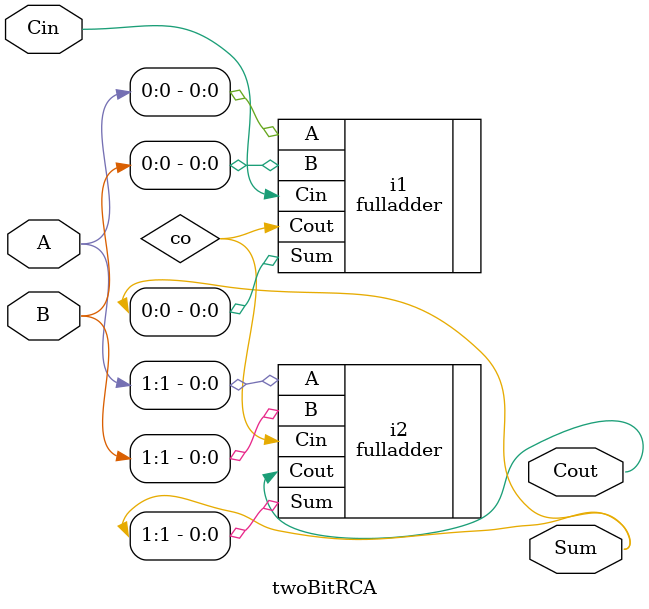
<source format=v>
module twoBitRCA(input [1:0] A, input [1:0] B, input Cin, output [1:0] Sum,
output Cout);
    wire co;
    fulladder i1 (.A(A[0]), .B(B[0]), .Cin(Cin), .Sum(Sum[0]), .Cout(co));
    fulladder i2 (.A(A[1]), .B(B[1]), .Cin(co), .Sum(Sum[1]), .Cout(Cout));
endmodule

</source>
